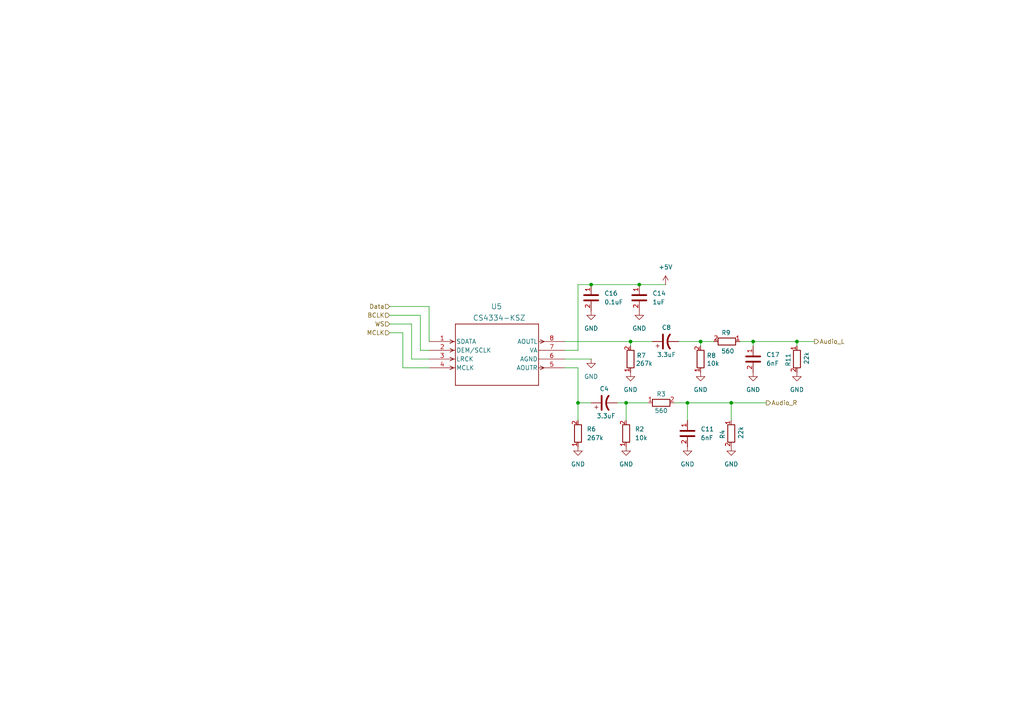
<source format=kicad_sch>
(kicad_sch (version 20231120) (generator "eeschema") (generator_version "8.0")
  (paper "A4")
  (lib_symbols
    (symbol "Device:C_Polarized_US" (pin_numbers hide) (pin_names (offset 0.254) hide)
      (property "Reference" "C" (at 0.635 2.54 0))
      (property "Value" "C_Polarized_US" (at 0.635 -2.54 0))
      (symbol "C_Polarized_US_0_1"
        (polyline (pts (xy -2.032 0.762) (xy 2.032 0.762)) (stroke (width 0.508)))
        (polyline (pts (xy -1.778 2.286) (xy -0.762 2.286)))
        (polyline (pts (xy -1.27 1.778) (xy -1.27 2.794)))
        (arc (start 2.032 -1.27) (mid 0 -0.5572) (end -2.032 -1.27) (stroke (width 0.508)))
      )
      (symbol "C_Polarized_US_1_1"
        (pin passive line (at 0 3.81 270) (length 2.794) (name "~") (number "1"))
        (pin passive line (at 0 -3.81 90) (length 3.302) (name "~") (number "2"))
      )
    )
    (symbol "PVA_board:C"
      (property "Reference" "C" (at 0 0 0))
      (symbol "C_0_1"
        (polyline (pts (xy -0.762 3.048) (xy -0.762 7.112)) (stroke (width 0.508)))
        (polyline (pts (xy 0.762 3.048) (xy 0.762 7.112)) (stroke (width 0.508)))
      )
      (symbol "C_1_1"
        (pin passive line (at -3.81 5.08 0) (length 2.794) (name "~") (number "1"))
        (pin passive line (at 3.81 5.08 180) (length 2.794) (name "~") (number "2"))
      )
    )
    (symbol "PVA_board:CS4334-KSZ" (pin_names (offset 0.254))
      (property "Reference" "U" (at 19.304 9.398 0))
      (property "Value" "CS4334-KSZ" (at 19.304 6.858 0))
      (symbol "CS4334-KSZ_0_1"
        (polyline (pts (xy 7.0993 -7.62) (xy 6.0579 -8.1407)) (stroke (width 0.2032)))
        (polyline (pts (xy 7.0993 -7.62) (xy 6.0579 -7.0993)) (stroke (width 0.2032)))
        (polyline (pts (xy 7.0993 -5.08) (xy 6.0579 -5.6007)) (stroke (width 0.2032)))
        (polyline (pts (xy 7.0993 -5.08) (xy 6.0579 -4.5593)) (stroke (width 0.2032)))
        (polyline (pts (xy 7.0993 -2.54) (xy 6.0579 -3.0607)) (stroke (width 0.2032)))
        (polyline (pts (xy 7.0993 -2.54) (xy 6.0579 -2.0193)) (stroke (width 0.2032)))
        (polyline (pts (xy 7.0993 0) (xy 6.0579 -0.5207)) (stroke (width 0.2032)))
        (polyline (pts (xy 7.0993 0) (xy 6.0579 0.5207)) (stroke (width 0.2032)))
        (polyline (pts (xy 7.62 -12.7) (xy 31.75 -12.7)) (stroke (width 0.2032)))
        (polyline (pts (xy 7.62 5.08) (xy 7.62 -12.7)) (stroke (width 0.2032)))
        (polyline (pts (xy 31.75 -12.7) (xy 31.75 5.08)) (stroke (width 0.2032)))
        (polyline (pts (xy 31.75 5.08) (xy 7.62 5.08)) (stroke (width 0.2032)))
        (polyline (pts (xy 32.2707 -8.1407) (xy 33.3121 -7.62)) (stroke (width 0.2032)))
        (polyline (pts (xy 32.2707 -7.0993) (xy 33.3121 -7.62)) (stroke (width 0.2032)))
        (polyline (pts (xy 32.2707 -0.5207) (xy 33.3121 0)) (stroke (width 0.2032)))
        (polyline (pts (xy 32.2707 0.5207) (xy 33.3121 0)) (stroke (width 0.2032)))
        (pin input line (at 0 0 0) (length 7.62) (name "SDATA") (number "1"))
        (pin input line (at 0 -2.54 0) (length 7.62) (name "DEM/SCLK") (number "2"))
        (pin input line (at 0 -5.08 0) (length 7.62) (name "LRCK") (number "3"))
        (pin input line (at 0 -7.62 0) (length 7.62) (name "MCLK") (number "4"))
        (pin output line (at 39.37 -7.62 180) (length 7.62) (name "AOUTR") (number "5"))
        (pin power_in line (at 39.37 -5.08 180) (length 7.62) (name "AGND") (number "6"))
        (pin power_in line (at 39.37 -2.54 180) (length 7.62) (name "VA") (number "7"))
        (pin output line (at 39.37 0 180) (length 7.62) (name "AOUTL") (number "8"))
      )
    )
    (symbol "PVA_board:R"
      (property "Reference" "R" (at 0 0 0))
      (symbol "R_0_1"
        (rectangle (start 2.54 1.524) (end -2.54 3.556) (stroke (width 0.254)))
      )
      (symbol "R_1_1"
        (pin passive line (at -3.81 2.54 0) (length 1.27) (name "~") (number "1"))
        (pin passive line (at 3.81 2.54 180) (length 1.27) (name "~") (number "2"))
      )
    )
    (symbol "power:+5V" (power) (pin_numbers hide) (pin_names (offset 0) hide)
      (property "Value" "+5V" (at 0 3.556 0))
      (symbol "+5V_0_1"
        (polyline (pts (xy -0.762 1.27) (xy 0 2.54)))
        (polyline (pts (xy 0 0) (xy 0 2.54)))
        (polyline (pts (xy 0 2.54) (xy 0.762 1.27)))
      )
      (symbol "+5V_1_1"
        (pin power_in line (at 0 0 90) (length 0) (name "~") (number "1"))
      )
    )
    (symbol "power:GND" (power) (pin_numbers hide) (pin_names (offset 0) hide)
      (property "Value" "GND" (at 0 -3.81 0))
      (symbol "GND_0_1"
        (polyline (pts (xy 0 0) (xy 0 -1.27) (xy 1.27 -1.27) (xy 0 -2.54) (xy -1.27 -1.27) (xy 0 -1.27)))
      )
      (symbol "GND_1_1"
        (pin power_in line (at 0 0 270) (length 0) (name "~") (number "1"))
      )
    )
  )
  (junction (at 199.39 116.84))
  (junction (at 185.42 82.55))
  (junction (at 218.44 99.06))
  (junction (at 181.61 116.84))
  (junction (at 231.14 99.06))
  (junction (at 167.64 116.84))
  (junction (at 171.45 82.55))
  (junction (at 212.09 116.84))
  (junction (at 203.2 99.06))
  (junction (at 182.88 99.06))
  (wire (pts (xy 124.46 104.14) (xy 119.38 104.14)))
  (wire (pts (xy 124.46 99.06) (xy 124.46 88.9)))
  (wire (pts (xy 212.09 121.92) (xy 212.09 116.84)))
  (wire (pts (xy 167.64 106.68) (xy 167.64 116.84)))
  (wire (pts (xy 218.44 100.33) (xy 218.44 99.06)))
  (wire (pts (xy 121.92 101.6) (xy 124.46 101.6)))
  (wire (pts (xy 182.88 100.33) (xy 182.88 99.06)))
  (wire (pts (xy 167.64 106.68) (xy 163.83 106.68)))
  (wire (pts (xy 218.44 99.06) (xy 214.63 99.06)))
  (wire (pts (xy 113.03 88.9) (xy 124.46 88.9)))
  (wire (pts (xy 171.45 116.84) (xy 167.64 116.84)))
  (wire (pts (xy 182.88 99.06) (xy 189.23 99.06)))
  (wire (pts (xy 113.03 96.52) (xy 116.84 96.52)))
  (wire (pts (xy 203.2 99.06) (xy 196.85 99.06)))
  (wire (pts (xy 121.92 101.6) (xy 121.92 91.44)))
  (wire (pts (xy 187.96 116.84) (xy 181.61 116.84)))
  (wire (pts (xy 119.38 93.98) (xy 119.38 104.14)))
  (wire (pts (xy 167.64 82.55) (xy 167.64 101.6)))
  (wire (pts (xy 113.03 93.98) (xy 119.38 93.98)))
  (wire (pts (xy 199.39 116.84) (xy 195.58 116.84)))
  (wire (pts (xy 231.14 99.06) (xy 236.22 99.06)))
  (wire (pts (xy 185.42 82.55) (xy 193.04 82.55)))
  (wire (pts (xy 113.03 91.44) (xy 121.92 91.44)))
  (wire (pts (xy 181.61 116.84) (xy 179.07 116.84)))
  (wire (pts (xy 167.64 121.92) (xy 167.64 116.84)))
  (wire (pts (xy 171.45 82.55) (xy 185.42 82.55)))
  (wire (pts (xy 207.01 99.06) (xy 203.2 99.06)))
  (wire (pts (xy 124.46 106.68) (xy 116.84 106.68)))
  (wire (pts (xy 199.39 116.84) (xy 212.09 116.84)))
  (wire (pts (xy 203.2 100.33) (xy 203.2 99.06)))
  (wire (pts (xy 231.14 100.33) (xy 231.14 99.06)))
  (wire (pts (xy 171.45 104.14) (xy 163.83 104.14)))
  (wire (pts (xy 212.09 116.84) (xy 222.25 116.84)))
  (wire (pts (xy 163.83 99.06) (xy 182.88 99.06)))
  (wire (pts (xy 181.61 121.92) (xy 181.61 116.84)))
  (wire (pts (xy 167.64 101.6) (xy 163.83 101.6)))
  (wire (pts (xy 199.39 121.92) (xy 199.39 116.84)))
  (wire (pts (xy 167.64 82.55) (xy 171.45 82.55)))
  (wire (pts (xy 116.84 106.68) (xy 116.84 96.52)))
  (wire (pts (xy 218.44 99.06) (xy 231.14 99.06)))
  (hierarchical_label "BCLK" (shape input) (at 113.03 91.44 180))
  (hierarchical_label "Data" (shape input) (at 113.03 88.9 180))
  (hierarchical_label "Audio_R" (shape output) (at 222.25 116.84 0))
  (hierarchical_label "Audio_L" (shape output) (at 236.22 99.06 0))
  (hierarchical_label "WS" (shape input) (at 113.03 93.98 180))
  (hierarchical_label "MCLK" (shape input) (at 113.03 96.52 180))
  (symbol (lib_id "power:+5V") (at 193.04 82.55 0) (unit 1)
    (property "Reference" "#PWR024" (effects (hide yes)))
    (property "Value" "+5V" (at 193.04 77.47 0))
    (property "Description" "Power symbol creates a global label with name \"+5V\"" (effects (hide yes)))
  )
  (symbol (lib_id "power:GND") (at 199.39 129.54 0) (unit 1)
    (property "Reference" "#PWR025" (effects (hide yes)))
    (property "Value" "GND" (at 199.39 134.62 0))
    (property "Description" "Power symbol creates a global label with name \"GND\" , ground" (effects (hide yes)))
  )
  (symbol (lib_id "power:GND") (at 218.44 107.95 0) (unit 1)
    (property "Reference" "#PWR028" (effects (hide yes)))
    (property "Value" "GND" (at 218.44 113.03 0))
    (property "Description" "Power symbol creates a global label with name \"GND\" , ground" (effects (hide yes)))
  )
  (symbol (lib_id "power:GND") (at 171.45 104.14 0) (unit 1)
    (property "Reference" "#PWR020" (effects (hide yes)))
    (property "Value" "GND" (at 171.45 109.22 0))
    (property "Description" "Power symbol creates a global label with name \"GND\" , ground" (effects (hide yes)))
  )
  (symbol (lib_id "PVA_board:C") (at 166.37 86.36 270) (unit 1)
    (property "Reference" "C16" (at 175.26 85.0899 90) (effects (justify left)))
    (property "Value" "0.1uF" (at 175.26 87.6299 90) (effects (justify left)))
    (property "Footprint" "PVA_board:C-0805" (effects (hide yes)))
  )
  (symbol (lib_id "PVA_board:R") (at 184.15 125.73 90) (unit 1)
    (property "Reference" "R2" (at 184.15 124.4599 90) (effects (justify right)))
    (property "Value" "10k" (at 184.15 126.9999 90) (effects (justify right)))
    (property "Footprint" "PVA_board:R-0805" (effects (hide yes)))
  )
  (symbol (lib_id "PVA_board:R") (at 228.6 104.14 270) (unit 1)
    (property "Reference" "R11" (at 228.6 104.394 0))
    (property "Value" "22k" (at 233.934 103.886 0))
    (property "Footprint" "PVA_board:R-0805" (effects (hide yes)))
  )
  (symbol (lib_id "PVA_board:C") (at 213.36 104.14 270) (unit 1)
    (property "Reference" "C17" (at 222.25 102.8699 90) (effects (justify left)))
    (property "Value" "6nF" (at 222.25 105.4099 90) (effects (justify left)))
    (property "Footprint" "PVA_board:C-0805" (effects (hide yes)))
  )
  (symbol (lib_id "power:GND") (at 231.14 107.95 0) (unit 1)
    (property "Reference" "#PWR029" (effects (hide yes)))
    (property "Value" "GND" (at 231.14 113.03 0))
    (property "Description" "Power symbol creates a global label with name \"GND\" , ground" (effects (hide yes)))
  )
  (symbol (lib_id "PVA_board:C") (at 194.31 125.73 270) (unit 1)
    (property "Reference" "C11" (at 203.2 124.4599 90) (effects (justify left)))
    (property "Value" "6nF" (at 203.2 126.9999 90) (effects (justify left)))
    (property "Footprint" "PVA_board:C-0805" (effects (hide yes)))
  )
  (symbol (lib_id "PVA_board:R") (at 170.18 125.73 90) (unit 1)
    (property "Reference" "R6" (at 170.18 124.4599 90) (effects (justify right)))
    (property "Value" "267k" (at 170.18 126.9999 90) (effects (justify right)))
    (property "Footprint" "PVA_board:R-0805" (effects (hide yes)))
  )
  (symbol (lib_id "PVA_board:CS4334-KSZ") (at 124.46 99.06 0) (unit 1)
    (property "Reference" "U5" (at 144.018 88.9 0) (effects (font (size 1.524 1.524))))
    (property "Value" "CS4334-KSZ" (at 144.78 92.202 0) (effects (font (size 1.524 1.524))))
    (property "Footprint" "PVA_board:CIR-SOIC-8_W150-M" (effects (hide yes)))
    (property "Datasheet" "CS4334-KSZ" (effects (hide yes)))
  )
  (symbol (lib_id "power:GND") (at 212.09 129.54 0) (unit 1)
    (property "Reference" "#PWR027" (effects (hide yes)))
    (property "Value" "GND" (at 212.09 134.62 0))
    (property "Description" "Power symbol creates a global label with name \"GND\" , ground" (effects (hide yes)))
  )
  (symbol (lib_id "Device:C_Polarized_US") (at 193.04 99.06 90) (unit 1)
    (property "Reference" "C8" (at 193.294 94.996 90))
    (property "Value" "3.3uF" (at 193.294 102.87 90))
    (property "Footprint" "PVA_board:CP_Elec_4x5.4" (effects (hide yes)))
    (property "Description" "Polarized capacitor, US symbol" (effects (hide yes)))
  )
  (symbol (lib_id "power:GND") (at 167.64 129.54 0) (unit 1)
    (property "Reference" "#PWR018" (effects (hide yes)))
    (property "Value" "GND" (at 167.64 134.62 0))
    (property "Description" "Power symbol creates a global label with name \"GND\" , ground" (effects (hide yes)))
  )
  (symbol (lib_id "power:GND") (at 171.45 90.17 0) (unit 1)
    (property "Reference" "#PWR019" (effects (hide yes)))
    (property "Value" "GND" (at 171.45 95.25 0))
    (property "Description" "Power symbol creates a global label with name \"GND\" , ground" (effects (hide yes)))
  )
  (symbol (lib_id "PVA_board:R") (at 210.82 96.52 180) (unit 1)
    (property "Reference" "R9" (at 210.566 96.52 0))
    (property "Value" "560" (at 211.074 101.854 0))
    (property "Footprint" "PVA_board:R-0805" (effects (hide yes)))
  )
  (symbol (lib_id "PVA_board:R") (at 209.55 125.73 270) (unit 1)
    (property "Reference" "R4" (at 209.55 125.984 0))
    (property "Value" "22k" (at 214.884 125.476 0))
    (property "Footprint" "PVA_board:R-0805" (effects (hide yes)))
  )
  (symbol (lib_id "power:GND") (at 181.61 129.54 0) (unit 1)
    (property "Reference" "#PWR021" (effects (hide yes)))
    (property "Value" "GND" (at 181.61 134.62 0))
    (property "Description" "Power symbol creates a global label with name \"GND\" , ground" (effects (hide yes)))
  )
  (symbol (lib_id "PVA_board:C") (at 180.34 86.36 270) (unit 1)
    (property "Reference" "C14" (at 189.23 85.0899 90) (effects (justify left)))
    (property "Value" "1uF" (at 189.23 87.6299 90) (effects (justify left)))
    (property "Footprint" "PVA_board:C-0805" (effects (hide yes)))
  )
  (symbol (lib_id "Device:C_Polarized_US") (at 175.26 116.84 90) (unit 1)
    (property "Reference" "C4" (at 175.26 112.776 90))
    (property "Value" "3.3uF" (at 175.768 120.65 90))
    (property "Footprint" "PVA_board:CP_Elec_4x5.4" (effects (hide yes)))
    (property "Description" "Polarized capacitor, US symbol" (effects (hide yes)))
  )
  (symbol (lib_id "PVA_board:R") (at 205.74 104.14 90) (unit 1)
    (property "Reference" "R8" (at 204.978 103.124 90) (effects (justify right)))
    (property "Value" "10k" (at 204.978 105.41 90) (effects (justify right)))
    (property "Footprint" "PVA_board:R-0805" (effects (hide yes)))
  )
  (symbol (lib_id "PVA_board:R") (at 185.42 104.14 90) (unit 1)
    (property "Reference" "R7" (at 184.658 103.124 90) (effects (justify right)))
    (property "Value" "267k" (at 184.404 105.41 90) (effects (justify right)))
    (property "Footprint" "PVA_board:R-0805" (effects (hide yes)))
  )
  (symbol (lib_id "power:GND") (at 203.2 107.95 0) (unit 1)
    (property "Reference" "#PWR026" (effects (hide yes)))
    (property "Value" "GND" (at 203.2 113.03 0))
    (property "Description" "Power symbol creates a global label with name \"GND\" , ground" (effects (hide yes)))
  )
  (symbol (lib_id "PVA_board:R") (at 191.77 119.38 0) (unit 1)
    (property "Reference" "R3" (at 191.77 114.3 0))
    (property "Value" "560" (at 191.77 119.126 0))
    (property "Footprint" "PVA_board:R-0805" (effects (hide yes)))
  )
  (symbol (lib_id "power:GND") (at 182.88 107.95 0) (unit 1)
    (property "Reference" "#PWR022" (effects (hide yes)))
    (property "Value" "GND" (at 182.88 113.03 0))
    (property "Description" "Power symbol creates a global label with name \"GND\" , ground" (effects (hide yes)))
  )
  (symbol (lib_id "power:GND") (at 185.42 90.17 0) (unit 1)
    (property "Reference" "#PWR023" (effects (hide yes)))
    (property "Value" "GND" (at 185.42 95.25 0))
    (property "Description" "Power symbol creates a global label with name \"GND\" , ground" (effects (hide yes)))
  )
)
</source>
